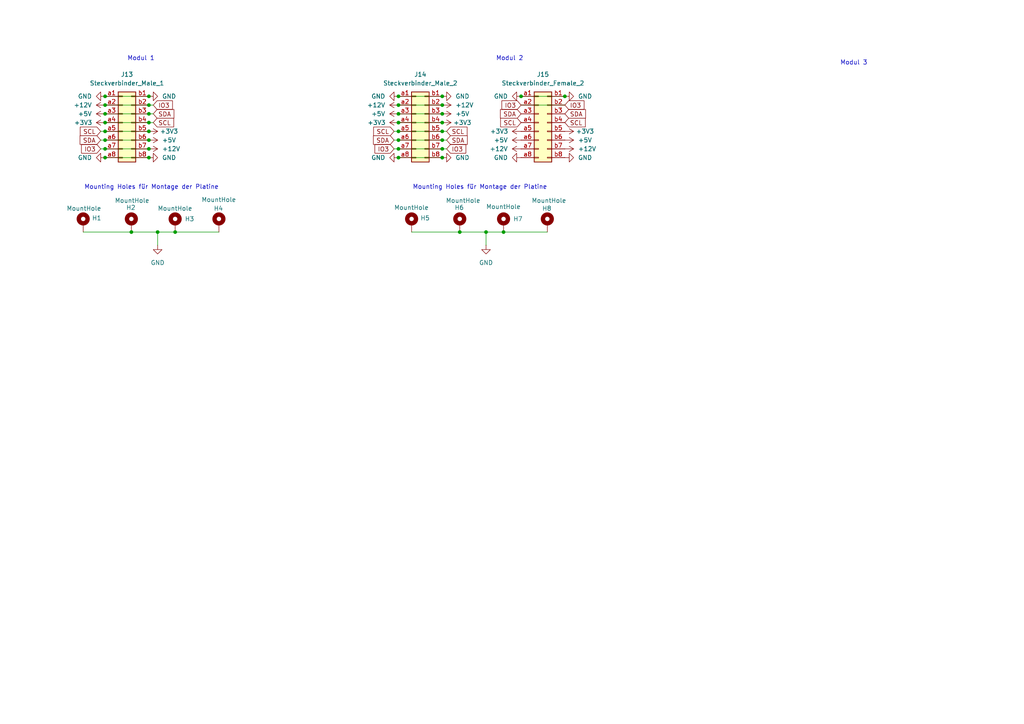
<source format=kicad_sch>
(kicad_sch (version 20231120) (generator "eeschema") (generator_version "8.0")
  (paper "A4")
  (lib_symbols
    (symbol "Connector_Generic:Conn_02x08_Row_Letter_First" (pin_names (offset 1.016) hide)
      (property "Reference" "J" (at 1.27 10.16 0))
      (property "Value" "Conn_02x08_Row_Letter_First" (at 1.27 -12.7 0))
      (symbol "Conn_02x08_Row_Letter_First_1_1"
        (rectangle (start -1.27 -10.033) (end 0 -10.287) (stroke (width 0.1524)))
        (rectangle (start -1.27 -7.493) (end 0 -7.747) (stroke (width 0.1524)))
        (rectangle (start -1.27 -4.953) (end 0 -5.207) (stroke (width 0.1524)))
        (rectangle (start -1.27 -2.413) (end 0 -2.667) (stroke (width 0.1524)))
        (rectangle (start -1.27 0.127) (end 0 -0.127) (stroke (width 0.1524)))
        (rectangle (start -1.27 2.667) (end 0 2.413) (stroke (width 0.1524)))
        (rectangle (start -1.27 5.207) (end 0 4.953) (stroke (width 0.1524)))
        (rectangle (start -1.27 7.747) (end 0 7.493) (stroke (width 0.1524)))
        (rectangle (start -1.27 8.89) (end 3.81 -11.43) (stroke (width 0.254)) (fill (type background)))
        (rectangle (start 3.81 -10.033) (end 2.54 -10.287) (stroke (width 0.1524)))
        (rectangle (start 3.81 -7.493) (end 2.54 -7.747) (stroke (width 0.1524)))
        (rectangle (start 3.81 -4.953) (end 2.54 -5.207) (stroke (width 0.1524)))
        (rectangle (start 3.81 -2.413) (end 2.54 -2.667) (stroke (width 0.1524)))
        (rectangle (start 3.81 0.127) (end 2.54 -0.127) (stroke (width 0.1524)))
        (rectangle (start 3.81 2.667) (end 2.54 2.413) (stroke (width 0.1524)))
        (rectangle (start 3.81 5.207) (end 2.54 4.953) (stroke (width 0.1524)))
        (rectangle (start 3.81 7.747) (end 2.54 7.493) (stroke (width 0.1524)))
        (pin passive line (at -5.08 7.62 0) (length 3.81) (name "Pin_a1") (number "a1"))
        (pin passive line (at -5.08 5.08 0) (length 3.81) (name "Pin_a2") (number "a2"))
        (pin passive line (at -5.08 2.54 0) (length 3.81) (name "Pin_a3") (number "a3"))
        (pin passive line (at -5.08 0 0) (length 3.81) (name "Pin_a4") (number "a4"))
        (pin passive line (at -5.08 -2.54 0) (length 3.81) (name "Pin_a5") (number "a5"))
        (pin passive line (at -5.08 -5.08 0) (length 3.81) (name "Pin_a6") (number "a6"))
        (pin passive line (at -5.08 -7.62 0) (length 3.81) (name "Pin_a7") (number "a7"))
        (pin passive line (at -5.08 -10.16 0) (length 3.81) (name "Pin_a8") (number "a8"))
        (pin passive line (at 7.62 7.62 180) (length 3.81) (name "Pin_b1") (number "b1"))
        (pin passive line (at 7.62 5.08 180) (length 3.81) (name "Pin_b2") (number "b2"))
        (pin passive line (at 7.62 2.54 180) (length 3.81) (name "Pin_b3") (number "b3"))
        (pin passive line (at 7.62 0 180) (length 3.81) (name "Pin_b4") (number "b4"))
        (pin passive line (at 7.62 -2.54 180) (length 3.81) (name "Pin_b5") (number "b5"))
        (pin passive line (at 7.62 -5.08 180) (length 3.81) (name "Pin_b6") (number "b6"))
        (pin passive line (at 7.62 -7.62 180) (length 3.81) (name "Pin_b7") (number "b7"))
        (pin passive line (at 7.62 -10.16 180) (length 3.81) (name "Pin_b8") (number "b8"))
      )
    )
    (symbol "Mechanical:MountingHole_Pad" (pin_numbers hide) (pin_names (offset 1.016) hide)
      (property "Reference" "H" (at 0 6.35 0))
      (property "Value" "MountingHole_Pad" (at 0 4.445 0))
      (symbol "MountingHole_Pad_0_1"
        (circle (center 0 1.27) (radius 1.27) (stroke (width 1.27)))
      )
      (symbol "MountingHole_Pad_1_1"
        (pin input line (at 0 -2.54 90) (length 2.54) (name "1") (number "1"))
      )
    )
    (symbol "MountingHole_Pad_1" (pin_numbers hide) (pin_names (offset 1.016) hide)
      (property "Reference" "H" (at 0 6.35 0))
      (property "Value" "MountingHole_Pad" (at 0 4.445 0))
      (symbol "MountingHole_Pad_1_0_1"
        (circle (center 0 1.27) (radius 1.27) (stroke (width 1.27)))
      )
      (symbol "MountingHole_Pad_1_1_1"
        (pin input line (at 0 -2.54 90) (length 2.54) (name "1") (number "1"))
      )
    )
    (symbol "MountingHole_Pad_2" (pin_numbers hide) (pin_names (offset 1.016) hide)
      (property "Reference" "H" (at 0 6.35 0))
      (property "Value" "MountingHole_Pad" (at 0 4.445 0))
      (symbol "MountingHole_Pad_2_0_1"
        (circle (center 0 1.27) (radius 1.27) (stroke (width 1.27)))
      )
      (symbol "MountingHole_Pad_2_1_1"
        (pin input line (at 0 -2.54 90) (length 2.54) (name "1") (number "1"))
      )
    )
    (symbol "MountingHole_Pad_3" (pin_numbers hide) (pin_names (offset 1.016) hide)
      (property "Reference" "H" (at 0 6.35 0))
      (property "Value" "MountingHole_Pad" (at 0 4.445 0))
      (symbol "MountingHole_Pad_3_0_1"
        (circle (center 0 1.27) (radius 1.27) (stroke (width 1.27)))
      )
      (symbol "MountingHole_Pad_3_1_1"
        (pin input line (at 0 -2.54 90) (length 2.54) (name "1") (number "1"))
      )
    )
    (symbol "power:+12V" (power) (pin_numbers hide) (pin_names (offset 0) hide)
      (property "Value" "+12V" (at 0 3.556 0))
      (symbol "+12V_0_1"
        (polyline (pts (xy -0.762 1.27) (xy 0 2.54)))
        (polyline (pts (xy 0 0) (xy 0 2.54)))
        (polyline (pts (xy 0 2.54) (xy 0.762 1.27)))
      )
      (symbol "+12V_1_1"
        (pin power_in line (at 0 0 90) (length 0) (name "~") (number "1"))
      )
    )
    (symbol "power:+3V3" (power) (pin_numbers hide) (pin_names (offset 0) hide)
      (property "Value" "+3V3" (at 0 3.556 0))
      (symbol "+3V3_0_1"
        (polyline (pts (xy -0.762 1.27) (xy 0 2.54)))
        (polyline (pts (xy 0 0) (xy 0 2.54)))
        (polyline (pts (xy 0 2.54) (xy 0.762 1.27)))
      )
      (symbol "+3V3_1_1"
        (pin power_in line (at 0 0 90) (length 0) (name "~") (number "1"))
      )
    )
    (symbol "power:+5V" (power) (pin_numbers hide) (pin_names (offset 0) hide)
      (property "Value" "+5V" (at 0 3.556 0))
      (symbol "+5V_0_1"
        (polyline (pts (xy -0.762 1.27) (xy 0 2.54)))
        (polyline (pts (xy 0 0) (xy 0 2.54)))
        (polyline (pts (xy 0 2.54) (xy 0.762 1.27)))
      )
      (symbol "+5V_1_1"
        (pin power_in line (at 0 0 90) (length 0) (name "~") (number "1"))
      )
    )
    (symbol "power:GND" (power) (pin_numbers hide) (pin_names (offset 0) hide)
      (property "Value" "GND" (at 0 -3.81 0))
      (symbol "GND_0_1"
        (polyline (pts (xy 0 0) (xy 0 -1.27) (xy 1.27 -1.27) (xy 0 -2.54) (xy -1.27 -1.27) (xy 0 -1.27)))
      )
      (symbol "GND_1_1"
        (pin power_in line (at 0 0 270) (length 0) (name "~") (number "1"))
      )
    )
  )
  (junction (at 115.57 33.02))
  (junction (at 43.18 30.48))
  (junction (at 30.48 30.48))
  (junction (at 43.18 40.64))
  (junction (at 43.18 45.72))
  (junction (at 128.27 38.1))
  (junction (at 43.18 33.02))
  (junction (at 115.57 45.72))
  (junction (at 50.8 67.31))
  (junction (at 30.48 38.1))
  (junction (at 128.27 27.94))
  (junction (at 115.57 38.1))
  (junction (at 128.27 43.18))
  (junction (at 163.83 27.94))
  (junction (at 43.18 27.94))
  (junction (at 115.57 43.18))
  (junction (at 30.48 45.72))
  (junction (at 30.48 40.64))
  (junction (at 43.18 35.56))
  (junction (at 128.27 30.48))
  (junction (at 30.48 35.56))
  (junction (at 151.13 27.94))
  (junction (at 38.1 67.31))
  (junction (at 30.48 33.02))
  (junction (at 30.48 43.18))
  (junction (at 43.18 43.18))
  (junction (at 128.27 35.56))
  (junction (at 45.72 67.31))
  (junction (at 140.97 67.31))
  (junction (at 115.57 30.48))
  (junction (at 128.27 33.02))
  (junction (at 146.05 67.31))
  (junction (at 128.27 40.64))
  (junction (at 115.57 27.94))
  (junction (at 115.57 40.64))
  (junction (at 128.27 45.72))
  (junction (at 43.18 38.1))
  (junction (at 115.57 35.56))
  (junction (at 30.48 27.94))
  (junction (at 133.35 67.31))
  (wire (pts (xy 30.48 38.1) (xy 43.18 38.1)))
  (wire (pts (xy 24.13 67.31) (xy 38.1 67.31)))
  (wire (pts (xy 30.48 35.56) (xy 43.18 35.56)))
  (wire (pts (xy 133.35 67.31) (xy 140.97 67.31)))
  (wire (pts (xy 115.57 40.64) (xy 128.27 40.64)))
  (wire (pts (xy 140.97 67.31) (xy 140.97 71.12)))
  (wire (pts (xy 115.57 33.02) (xy 128.27 33.02)))
  (wire (pts (xy 29.21 38.1) (xy 30.48 38.1)))
  (wire (pts (xy 45.72 67.31) (xy 45.72 71.12)))
  (wire (pts (xy 151.13 30.48) (xy 163.83 30.48)))
  (wire (pts (xy 44.45 33.02) (xy 43.18 33.02)))
  (wire (pts (xy 151.13 27.94) (xy 163.83 27.94)))
  (wire (pts (xy 44.45 35.56) (xy 43.18 35.56)))
  (wire (pts (xy 115.57 27.94) (xy 128.27 27.94)))
  (wire (pts (xy 129.54 43.18) (xy 128.27 43.18)))
  (wire (pts (xy 44.45 30.48) (xy 43.18 30.48)))
  (wire (pts (xy 30.48 45.72) (xy 43.18 45.72)))
  (wire (pts (xy 119.38 67.31) (xy 133.35 67.31)))
  (wire (pts (xy 115.57 38.1) (xy 128.27 38.1)))
  (wire (pts (xy 30.48 43.18) (xy 43.18 43.18)))
  (wire (pts (xy 128.27 40.64) (xy 129.54 40.64)))
  (wire (pts (xy 146.05 67.31) (xy 158.75 67.31)))
  (wire (pts (xy 115.57 30.48) (xy 128.27 30.48)))
  (wire (pts (xy 115.57 35.56) (xy 128.27 35.56)))
  (wire (pts (xy 128.27 38.1) (xy 129.54 38.1)))
  (wire (pts (xy 114.3 40.64) (xy 115.57 40.64)))
  (wire (pts (xy 140.97 67.31) (xy 146.05 67.31)))
  (wire (pts (xy 115.57 45.72) (xy 128.27 45.72)))
  (wire (pts (xy 45.72 67.31) (xy 50.8 67.31)))
  (wire (pts (xy 30.48 27.94) (xy 43.18 27.94)))
  (wire (pts (xy 29.21 40.64) (xy 30.48 40.64)))
  (wire (pts (xy 38.1 67.31) (xy 45.72 67.31)))
  (wire (pts (xy 50.8 67.31) (xy 63.5 67.31)))
  (wire (pts (xy 30.48 40.64) (xy 43.18 40.64)))
  (wire (pts (xy 30.48 33.02) (xy 43.18 33.02)))
  (wire (pts (xy 114.3 43.18) (xy 115.57 43.18)))
  (wire (pts (xy 30.48 30.48) (xy 43.18 30.48)))
  (wire (pts (xy 115.57 43.18) (xy 128.27 43.18)))
  (wire (pts (xy 114.3 38.1) (xy 115.57 38.1)))
  (wire (pts (xy 29.21 43.18) (xy 30.48 43.18)))
  (text "Modul 1" (at 40.894 17.018 0) (effects (font (size 1.27 1.27))))
  (text "Modul 3\n" (at 247.65 18.288 0) (effects (font (size 1.27 1.27))))
  (text "Mounting Holes für Montage der Platine" (at 43.942 54.356 0) (effects (font (size 1.27 1.27))))
  (text "Modul 2\n" (at 147.828 17.018 0) (effects (font (size 1.27 1.27))))
  (text "Mounting Holes für Montage der Platine" (at 139.192 54.356 0) (effects (font (size 1.27 1.27))))
  (global_label "SCL" (shape input) (at 151.13 35.56 180) (property "Intersheetrefs" "${INTERSHEET_REFS}" (effects (hide yes))))
  (global_label "SDA" (shape input) (at 44.45 33.02 0) (property "Intersheetrefs" "${INTERSHEET_REFS}" (effects (hide yes))))
  (global_label "SCL" (shape input) (at 114.3 38.1 180) (property "Intersheetrefs" "${INTERSHEET_REFS}" (effects (hide yes))))
  (global_label "IO3" (shape input) (at 163.83 30.48 0) (property "Intersheetrefs" "${INTERSHEET_REFS}" (effects (hide yes))))
  (global_label "IO3" (shape input) (at 129.54 43.18 0) (property "Intersheetrefs" "${INTERSHEET_REFS}" (effects (hide yes))))
  (global_label "SCL" (shape input) (at 129.54 38.1 0) (property "Intersheetrefs" "${INTERSHEET_REFS}" (effects (hide yes))))
  (global_label "SCL" (shape input) (at 44.45 35.56 0) (property "Intersheetrefs" "${INTERSHEET_REFS}" (effects (hide yes))))
  (global_label "IO3" (shape input) (at 114.3 43.18 180) (property "Intersheetrefs" "${INTERSHEET_REFS}" (effects (hide yes))))
  (global_label "SCL" (shape input) (at 29.21 38.1 180) (property "Intersheetrefs" "${INTERSHEET_REFS}" (effects (hide yes))))
  (global_label "SDA" (shape input) (at 129.54 40.64 0) (property "Intersheetrefs" "${INTERSHEET_REFS}" (effects (hide yes))))
  (global_label "SDA" (shape input) (at 114.3 40.64 180) (property "Intersheetrefs" "${INTERSHEET_REFS}" (effects (hide yes))))
  (global_label "SDA" (shape input) (at 151.13 33.02 180) (property "Intersheetrefs" "${INTERSHEET_REFS}" (effects (hide yes))))
  (global_label "SCL" (shape input) (at 163.83 35.56 0) (property "Intersheetrefs" "${INTERSHEET_REFS}" (effects (hide yes))))
  (global_label "SDA" (shape input) (at 163.83 33.02 0) (property "Intersheetrefs" "${INTERSHEET_REFS}" (effects (hide yes))))
  (global_label "IO3" (shape input) (at 29.21 43.18 180) (property "Intersheetrefs" "${INTERSHEET_REFS}" (effects (hide yes))))
  (global_label "IO3" (shape input) (at 44.45 30.48 0) (property "Intersheetrefs" "${INTERSHEET_REFS}" (effects (hide yes))))
  (global_label "IO3" (shape input) (at 151.13 30.48 180) (property "Intersheetrefs" "${INTERSHEET_REFS}" (effects (hide yes))))
  (global_label "SDA" (shape input) (at 29.21 40.64 180) (property "Intersheetrefs" "${INTERSHEET_REFS}" (effects (hide yes))))
  (symbol (lib_id "power:GND") (at 115.57 45.72 270) (unit 1)
    (property "Reference" "#PWR084" (effects (hide yes)))
    (property "Value" "GND" (at 111.76 45.7199 90) (effects (justify right)))
    (property "Description" "Power symbol creates a global label with name \"GND\" , ground" (effects (hide yes)))
  )
  (symbol (lib_id "power:+3V3") (at 163.83 38.1 270) (unit 1)
    (property "Reference" "#PWR064" (effects (hide yes)))
    (property "Value" "+3V3" (at 169.672 38.1 90))
    (property "Description" "Power symbol creates a global label with name \"+3V3\"" (effects (hide yes)))
  )
  (symbol (lib_id "power:+3V3") (at 128.27 35.56 270) (unit 1)
    (property "Reference" "#PWR073" (effects (hide yes)))
    (property "Value" "+3V3" (at 134.112 35.56 90))
    (property "Description" "Power symbol creates a global label with name \"+3V3\"" (effects (hide yes)))
  )
  (symbol (lib_id "power:+5V") (at 163.83 40.64 270) (unit 1)
    (property "Reference" "#PWR063" (effects (hide yes)))
    (property "Value" "+5V" (at 167.64 40.6399 90) (effects (justify left)))
    (property "Description" "Power symbol creates a global label with name \"+5V\"" (effects (hide yes)))
  )
  (symbol (lib_id "power:+5V") (at 115.57 33.02 90) (unit 1)
    (property "Reference" "#PWR082" (effects (hide yes)))
    (property "Value" "+5V" (at 111.76 33.0199 90) (effects (justify left)))
    (property "Description" "Power symbol creates a global label with name \"+5V\"" (effects (hide yes)))
  )
  (symbol (lib_id "power:+12V") (at 30.48 30.48 90) (unit 1)
    (property "Reference" "#PWR033" (effects (hide yes)))
    (property "Value" "+12V" (at 26.67 30.4799 90) (effects (justify left)))
    (property "Description" "Power symbol creates a global label with name \"+12V\"" (effects (hide yes)))
  )
  (symbol (lib_id "power:+12V") (at 163.83 43.18 270) (unit 1)
    (property "Reference" "#PWR055" (effects (hide yes)))
    (property "Value" "+12V" (at 167.64 43.1799 90) (effects (justify left)))
    (property "Description" "Power symbol creates a global label with name \"+12V\"" (effects (hide yes)))
  )
  (symbol (lib_id "power:+12V") (at 128.27 30.48 270) (unit 1)
    (property "Reference" "#PWR071" (effects (hide yes)))
    (property "Value" "+12V" (at 132.08 30.4799 90) (effects (justify left)))
    (property "Description" "Power symbol creates a global label with name \"+12V\"" (effects (hide yes)))
  )
  (symbol (lib_id "power:GND") (at 163.83 27.94 90) (unit 1)
    (property "Reference" "#PWR081" (effects (hide yes)))
    (property "Value" "GND" (at 167.64 27.9399 90) (effects (justify right)))
    (property "Description" "Power symbol creates a global label with name \"GND\" , ground" (effects (hide yes)))
  )
  (symbol (lib_id "power:GND") (at 43.18 45.72 90) (unit 1)
    (property "Reference" "#PWR077" (effects (hide yes)))
    (property "Value" "GND" (at 46.99 45.7199 90) (effects (justify right)))
    (property "Description" "Power symbol creates a global label with name \"GND\" , ground" (effects (hide yes)))
  )
  (symbol (lib_id "power:GND") (at 151.13 27.94 270) (unit 1)
    (property "Reference" "#PWR076" (effects (hide yes)))
    (property "Value" "GND" (at 147.32 27.9399 90) (effects (justify right)))
    (property "Description" "Power symbol creates a global label with name \"GND\" , ground" (effects (hide yes)))
  )
  (symbol (lib_id "power:+3V3") (at 30.48 35.56 90) (unit 1)
    (property "Reference" "#PWR053" (effects (hide yes)))
    (property "Value" "+3V3" (at 24.13 35.56 90))
    (property "Description" "Power symbol creates a global label with name \"+3V3\"" (effects (hide yes)))
  )
  (symbol (lib_name "MountingHole_Pad_1") (lib_id "Mechanical:MountingHole_Pad") (at 63.5 64.77 0) (unit 1)
    (property "Reference" "H4" (at 61.976 60.452 0) (effects (justify left)))
    (property "Value" "MountHole" (at 58.42 57.912 0) (effects (justify left)))
    (property "Footprint" "MountingHole:MountingHole_2.2mm_M2_Pad_TopBottom" (effects (hide yes)))
    (property "Description" "Mounting Hole with connection" (effects (hide yes)))
  )
  (symbol (lib_id "Connector_Generic:Conn_02x08_Row_Letter_First") (at 156.21 35.56 0) (unit 1)
    (property "Reference" "J15" (at 157.48 21.59 0))
    (property "Value" "Steckverbinder_Female_2" (at 157.48 24.13 0))
    (property "Footprint" "CustomFotLibByJan:BF030-16A-B1-0360-0277-0600-LB" (effects (hide yes)))
    (property "Description" "Generic connector, double row, 02x08, row letter first pin numbering scheme (pin number consists of a letter for the row and a number for the pin index in this row. a1, ..., aN; b1, ..., bN), script generated (kicad-library-utils/schlib/autogen/connector/)" (effects (hide yes)))
  )
  (symbol (lib_id "power:GND") (at 45.72 71.12 0) (unit 1)
    (property "Reference" "#PWR012" (effects (hide yes)))
    (property "Value" "GND" (at 45.72 76.2 0))
    (property "Description" "Power symbol creates a global label with name \"GND\" , ground" (effects (hide yes)))
  )
  (symbol (lib_id "Mechanical:MountingHole_Pad") (at 119.38 64.77 0) (unit 1)
    (property "Reference" "H5" (at 121.92 63.246 0) (effects (justify left)))
    (property "Value" "MountHole" (at 114.3 60.198 0) (effects (justify left)))
    (property "Footprint" "MountingHole:MountingHole_2.2mm_M2_Pad_TopBottom" (effects (hide yes)))
    (property "Description" "Mounting Hole with connection" (effects (hide yes)))
  )
  (symbol (lib_id "power:+3V3") (at 43.18 38.1 270) (unit 1)
    (property "Reference" "#PWR066" (effects (hide yes)))
    (property "Value" "+3V3" (at 49.022 38.1 90))
    (property "Description" "Power symbol creates a global label with name \"+3V3\"" (effects (hide yes)))
  )
  (symbol (lib_id "power:+5V") (at 151.13 40.64 90) (unit 1)
    (property "Reference" "#PWR051" (effects (hide yes)))
    (property "Value" "+5V" (at 147.32 40.6399 90) (effects (justify left)))
    (property "Description" "Power symbol creates a global label with name \"+5V\"" (effects (hide yes)))
  )
  (symbol (lib_id "power:GND") (at 30.48 45.72 270) (unit 1)
    (property "Reference" "#PWR037" (effects (hide yes)))
    (property "Value" "GND" (at 26.67 45.7199 90) (effects (justify right)))
    (property "Description" "Power symbol creates a global label with name \"GND\" , ground" (effects (hide yes)))
  )
  (symbol (lib_id "power:+5V") (at 30.48 33.02 90) (unit 1)
    (property "Reference" "#PWR035" (effects (hide yes)))
    (property "Value" "+5V" (at 26.67 33.0199 90) (effects (justify left)))
    (property "Description" "Power symbol creates a global label with name \"+5V\"" (effects (hide yes)))
  )
  (symbol (lib_id "power:GND") (at 115.57 27.94 270) (unit 1)
    (property "Reference" "#PWR078" (effects (hide yes)))
    (property "Value" "GND" (at 111.76 27.9399 90) (effects (justify right)))
    (property "Description" "Power symbol creates a global label with name \"GND\" , ground" (effects (hide yes)))
  )
  (symbol (lib_id "power:+12V") (at 115.57 30.48 90) (unit 1)
    (property "Reference" "#PWR079" (effects (hide yes)))
    (property "Value" "+12V" (at 111.76 30.4799 90) (effects (justify left)))
    (property "Description" "Power symbol creates a global label with name \"+12V\"" (effects (hide yes)))
  )
  (symbol (lib_name "MountingHole_Pad_1") (lib_id "Mechanical:MountingHole_Pad") (at 158.75 64.77 0) (unit 1)
    (property "Reference" "H8" (at 157.226 60.452 0) (effects (justify left)))
    (property "Value" "MountHole" (at 154.178 58.166 0) (effects (justify left)))
    (property "Footprint" "MountingHole:MountingHole_2.2mm_M2_Pad_TopBottom" (effects (hide yes)))
    (property "Description" "Mounting Hole with connection" (effects (hide yes)))
  )
  (symbol (lib_name "MountingHole_Pad_3") (lib_id "Mechanical:MountingHole_Pad") (at 38.1 64.77 0) (unit 1)
    (property "Reference" "H2" (at 36.576 60.198 0) (effects (justify left)))
    (property "Value" "MountHole" (at 33.274 58.166 0) (effects (justify left)))
    (property "Footprint" "MountingHole:MountingHole_2.2mm_M2_Pad_TopBottom" (effects (hide yes)))
    (property "Description" "Mounting Hole with connection" (effects (hide yes)))
  )
  (symbol (lib_id "power:+12V") (at 151.13 43.18 90) (unit 1)
    (property "Reference" "#PWR041" (effects (hide yes)))
    (property "Value" "+12V" (at 147.32 43.1799 90) (effects (justify left)))
    (property "Description" "Power symbol creates a global label with name \"+12V\"" (effects (hide yes)))
  )
  (symbol (lib_id "Connector_Generic:Conn_02x08_Row_Letter_First") (at 35.56 35.56 0) (unit 1)
    (property "Reference" "J13" (at 36.83 21.59 0))
    (property "Value" "Steckverbinder_Male_1" (at 36.83 24.13 0))
    (property "Footprint" "CustomFotLibByJan:BF100-16-A-D-1-0640-L-C" (effects (hide yes)))
    (property "Description" "Generic connector, double row, 02x08, row letter first pin numbering scheme (pin number consists of a letter for the row and a number for the pin index in this row. a1, ..., aN; b1, ..., bN), script generated (kicad-library-utils/schlib/autogen/connector/)" (effects (hide yes)))
  )
  (symbol (lib_id "power:GND") (at 128.27 45.72 90) (unit 1)
    (property "Reference" "#PWR074" (effects (hide yes)))
    (property "Value" "GND" (at 132.08 45.7199 90) (effects (justify right)))
    (property "Description" "Power symbol creates a global label with name \"GND\" , ground" (effects (hide yes)))
  )
  (symbol (lib_id "power:GND") (at 151.13 45.72 270) (unit 1)
    (property "Reference" "#PWR080" (effects (hide yes)))
    (property "Value" "GND" (at 147.32 45.7199 90) (effects (justify right)))
    (property "Description" "Power symbol creates a global label with name \"GND\" , ground" (effects (hide yes)))
  )
  (symbol (lib_id "Connector_Generic:Conn_02x08_Row_Letter_First") (at 120.65 35.56 0) (unit 1)
    (property "Reference" "J14" (at 121.92 21.59 0))
    (property "Value" "Steckverbinder_Male_2" (at 121.92 24.13 0))
    (property "Footprint" "CustomFotLibByJan:BF100-16-A-D-1-0640-L-C" (effects (hide yes)))
    (property "Description" "Generic connector, double row, 02x08, row letter first pin numbering scheme (pin number consists of a letter for the row and a number for the pin index in this row. a1, ..., aN; b1, ..., bN), script generated (kicad-library-utils/schlib/autogen/connector/)" (effects (hide yes)))
  )
  (symbol (lib_id "power:+5V") (at 128.27 33.02 270) (unit 1)
    (property "Reference" "#PWR072" (effects (hide yes)))
    (property "Value" "+5V" (at 132.08 33.0199 90) (effects (justify left)))
    (property "Description" "Power symbol creates a global label with name \"+5V\"" (effects (hide yes)))
  )
  (symbol (lib_id "power:+3V3") (at 151.13 38.1 90) (unit 1)
    (property "Reference" "#PWR054" (effects (hide yes)))
    (property "Value" "+3V3" (at 144.78 38.1 90))
    (property "Description" "Power symbol creates a global label with name \"+3V3\"" (effects (hide yes)))
  )
  (symbol (lib_name "MountingHole_Pad_2") (lib_id "Mechanical:MountingHole_Pad") (at 50.8 64.77 0) (unit 1)
    (property "Reference" "H3" (at 53.594 63.5 0) (effects (justify left)))
    (property "Value" "MountHole" (at 45.72 60.452 0) (effects (justify left)))
    (property "Footprint" "MountingHole:MountingHole_2.2mm_M2_Pad_TopBottom" (effects (hide yes)))
    (property "Description" "Mounting Hole with connection" (effects (hide yes)))
  )
  (symbol (lib_id "power:GND") (at 128.27 27.94 90) (unit 1)
    (property "Reference" "#PWR070" (effects (hide yes)))
    (property "Value" "GND" (at 132.08 27.9399 90) (effects (justify right)))
    (property "Description" "Power symbol creates a global label with name \"GND\" , ground" (effects (hide yes)))
  )
  (symbol (lib_id "power:GND") (at 140.97 71.12 0) (unit 1)
    (property "Reference" "#PWR075" (effects (hide yes)))
    (property "Value" "GND" (at 140.97 76.2 0))
    (property "Description" "Power symbol creates a global label with name \"GND\" , ground" (effects (hide yes)))
  )
  (symbol (lib_id "power:GND") (at 30.48 27.94 270) (unit 1)
    (property "Reference" "#PWR032" (effects (hide yes)))
    (property "Value" "GND" (at 26.67 27.9399 90) (effects (justify right)))
    (property "Description" "Power symbol creates a global label with name \"GND\" , ground" (effects (hide yes)))
  )
  (symbol (lib_name "MountingHole_Pad_3") (lib_id "Mechanical:MountingHole_Pad") (at 133.35 64.77 0) (unit 1)
    (property "Reference" "H6" (at 131.826 60.198 0) (effects (justify left)))
    (property "Value" "MountHole" (at 129.286 58.166 0) (effects (justify left)))
    (property "Footprint" "MountingHole:MountingHole_2.2mm_M2_Pad_TopBottom" (effects (hide yes)))
    (property "Description" "Mounting Hole with connection" (effects (hide yes)))
  )
  (symbol (lib_id "power:+3V3") (at 115.57 35.56 90) (unit 1)
    (property "Reference" "#PWR083" (effects (hide yes)))
    (property "Value" "+3V3" (at 109.22 35.56 90))
    (property "Description" "Power symbol creates a global label with name \"+3V3\"" (effects (hide yes)))
  )
  (symbol (lib_id "power:GND") (at 163.83 45.72 90) (unit 1)
    (property "Reference" "#PWR085" (effects (hide yes)))
    (property "Value" "GND" (at 167.64 45.7199 90) (effects (justify right)))
    (property "Description" "Power symbol creates a global label with name \"GND\" , ground" (effects (hide yes)))
  )
  (symbol (lib_id "power:+5V") (at 43.18 40.64 270) (unit 1)
    (property "Reference" "#PWR067" (effects (hide yes)))
    (property "Value" "+5V" (at 46.99 40.6399 90) (effects (justify left)))
    (property "Description" "Power symbol creates a global label with name \"+5V\"" (effects (hide yes)))
  )
  (symbol (lib_id "Mechanical:MountingHole_Pad") (at 24.13 64.77 0) (unit 1)
    (property "Reference" "H1" (at 26.67 63.246 0) (effects (justify left)))
    (property "Value" "MountHole" (at 19.304 60.452 0) (effects (justify left)))
    (property "Footprint" "MountingHole:MountingHole_2.2mm_M2_Pad_TopBottom" (effects (hide yes)))
    (property "Description" "Mounting Hole with connection" (effects (hide yes)))
  )
  (symbol (lib_id "power:+12V") (at 43.18 43.18 270) (unit 1)
    (property "Reference" "#PWR068" (effects (hide yes)))
    (property "Value" "+12V" (at 46.99 43.1799 90) (effects (justify left)))
    (property "Description" "Power symbol creates a global label with name \"+12V\"" (effects (hide yes)))
  )
  (symbol (lib_id "power:GND") (at 43.18 27.94 90) (unit 1)
    (property "Reference" "#PWR065" (effects (hide yes)))
    (property "Value" "GND" (at 46.99 27.9399 90) (effects (justify right)))
    (property "Description" "Power symbol creates a global label with name \"GND\" , ground" (effects (hide yes)))
  )
  (symbol (lib_name "MountingHole_Pad_2") (lib_id "Mechanical:MountingHole_Pad") (at 146.05 64.77 0) (unit 1)
    (property "Reference" "H7" (at 148.844 63.5 0) (effects (justify left)))
    (property "Value" "MountHole" (at 140.97 59.944 0) (effects (justify left)))
    (property "Footprint" "MountingHole:MountingHole_2.2mm_M2_Pad_TopBottom" (effects (hide yes)))
    (property "Description" "Mounting Hole with connection" (effects (hide yes)))
  )
)
</source>
